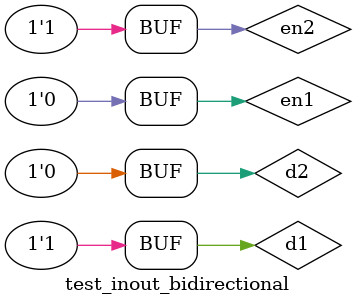
<source format=v>

module bidir_buffer (
  inout wire data,
  input wire drive_enable,
  input wire data_out,
  output reg data_in
);
  assign data = drive_enable ? data_out : 1'bz;

  always @(data) begin
    data_in = data;
  end
endmodule

module test_inout_bidirectional;
  wire shared;
  reg en1, en2, d1, d2;
  wire out1, out2;

  bidir_buffer buf1 (.data(shared), .drive_enable(en1), .data_out(d1), .data_in(out1));
  bidir_buffer buf2 (.data(shared), .drive_enable(en2), .data_out(d2), .data_in(out2));

  initial begin
    en1 = 1; en2 = 0; d1 = 1;
    #10 en1 = 0; en2 = 1; d2 = 0;
  end
endmodule

</source>
